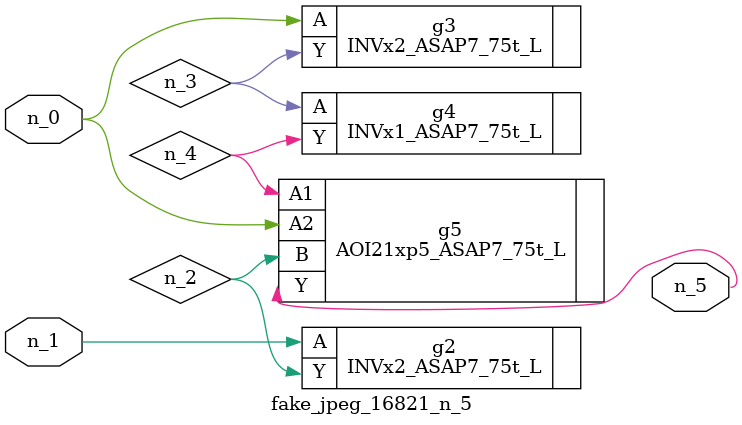
<source format=v>
module fake_jpeg_16821_n_5 (n_0, n_1, n_5);

input n_0;
input n_1;

output n_5;

wire n_2;
wire n_3;
wire n_4;

INVx2_ASAP7_75t_L g2 ( 
.A(n_1),
.Y(n_2)
);

INVx2_ASAP7_75t_L g3 ( 
.A(n_0),
.Y(n_3)
);

INVx1_ASAP7_75t_L g4 ( 
.A(n_3),
.Y(n_4)
);

AOI21xp5_ASAP7_75t_L g5 ( 
.A1(n_4),
.A2(n_0),
.B(n_2),
.Y(n_5)
);


endmodule
</source>
